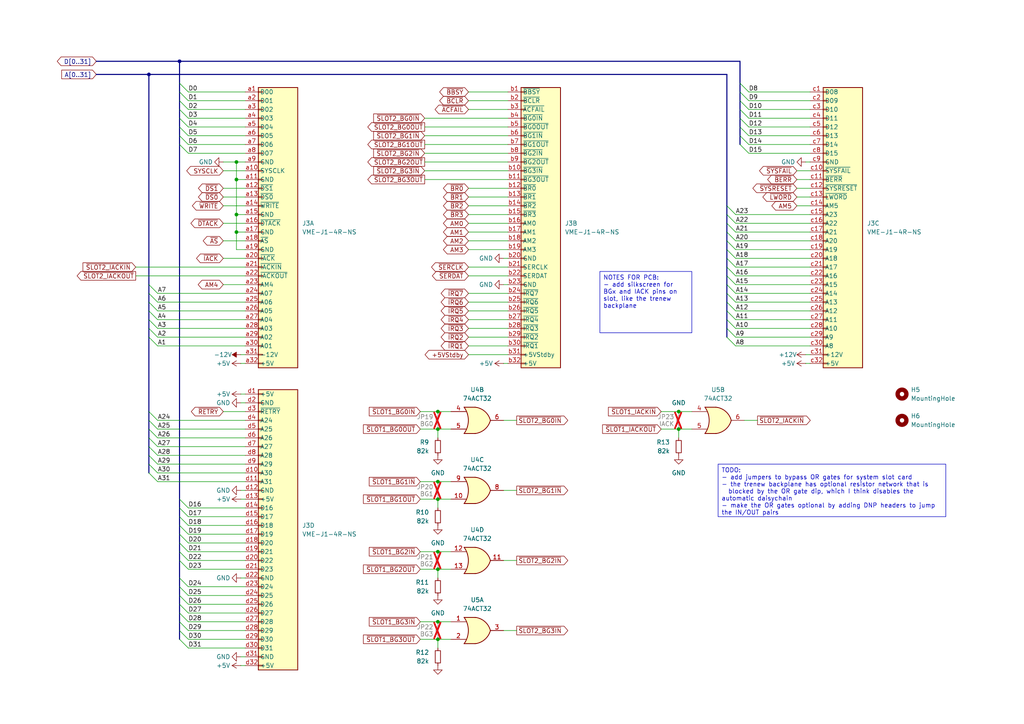
<source format=kicad_sch>
(kicad_sch (version 20231120) (generator "eeschema") (generator_version "8.0")
  (paper "A4")
  (title_block (title "6-Slot Backplane") (rev "1"))
  (lib_symbols
    (symbol "74xx:74LS32" (pin_names (offset 1.016))
      (property "Reference" "U" (at 0 1.27 0))
      (property "Value" "74LS32" (at 0 -1.27 0))
      (symbol "74LS32_1_1"
        (pin input line (at -7.62 2.54 0) (length 4.318) (name "~") (number "1"))
        (pin input line (at -7.62 -2.54 0) (length 4.318) (name "~") (number "2"))
        (pin output line (at 7.62 0 180) (length 3.81) (name "~") (number "3"))
      )
      (symbol "74LS32_1_2"
        (pin input inverted (at -7.62 2.54 0) (length 3.81) (name "~") (number "1"))
        (pin input inverted (at -7.62 -2.54 0) (length 3.81) (name "~") (number "2"))
        (pin output inverted (at 7.62 0 180) (length 3.81) (name "~") (number "3"))
      )
      (symbol "74LS32_2_1"
        (pin input line (at -7.62 2.54 0) (length 4.318) (name "~") (number "4"))
        (pin input line (at -7.62 -2.54 0) (length 4.318) (name "~") (number "5"))
        (pin output line (at 7.62 0 180) (length 3.81) (name "~") (number "6"))
      )
      (symbol "74LS32_2_2"
        (pin input inverted (at -7.62 2.54 0) (length 3.81) (name "~") (number "4"))
        (pin input inverted (at -7.62 -2.54 0) (length 3.81) (name "~") (number "5"))
        (pin output inverted (at 7.62 0 180) (length 3.81) (name "~") (number "6"))
      )
      (symbol "74LS32_3_1"
        (pin input line (at -7.62 -2.54 0) (length 4.318) (name "~") (number "10"))
        (pin output line (at 7.62 0 180) (length 3.81) (name "~") (number "8"))
        (pin input line (at -7.62 2.54 0) (length 4.318) (name "~") (number "9"))
      )
      (symbol "74LS32_3_2"
        (pin input inverted (at -7.62 -2.54 0) (length 3.81) (name "~") (number "10"))
        (pin output inverted (at 7.62 0 180) (length 3.81) (name "~") (number "8"))
        (pin input inverted (at -7.62 2.54 0) (length 3.81) (name "~") (number "9"))
      )
      (symbol "74LS32_4_1"
        (pin output line (at 7.62 0 180) (length 3.81) (name "~") (number "11"))
        (pin input line (at -7.62 2.54 0) (length 4.318) (name "~") (number "12"))
        (pin input line (at -7.62 -2.54 0) (length 4.318) (name "~") (number "13"))
      )
      (symbol "74LS32_4_2"
        (pin output inverted (at 7.62 0 180) (length 3.81) (name "~") (number "11"))
        (pin input inverted (at -7.62 2.54 0) (length 3.81) (name "~") (number "12"))
        (pin input inverted (at -7.62 -2.54 0) (length 3.81) (name "~") (number "13"))
      )
      (symbol "74LS32_5_0"
        (pin power_in line (at 0 12.7 270) (length 5.08) (name "VCC") (number "14"))
        (pin power_in line (at 0 -12.7 90) (length 5.08) (name "GND") (number "7"))
      )
    )
    (symbol "Computie_Connectors:VME64-J1-4R-NS"
      (property "Reference" "U" (at 0 40.64 0))
      (property "Value" "VME-J1-4R-NS" (at 0 40.64 0))
      (symbol "VME64-J1-4R-NS_1_1"
        (pin bidirectional line (at -5.08 38.1 0) (length 3.81) (name "D00") (number "a1"))
        (pin input line (at -5.08 15.24 0) (length 3.81) (name "SYSCLK") (number "a10"))
        (pin power_in line (at -5.08 12.7 0) (length 3.81) (name "GND") (number "a11"))
        (pin bidirectional line (at -5.08 10.16 0) (length 3.81) (name "~{DS1}") (number "a12"))
        (pin bidirectional line (at -5.08 7.62 0) (length 3.81) (name "~{DS0}") (number "a13"))
        (pin bidirectional line (at -5.08 5.08 0) (length 3.81) (name "~{WRITE}") (number "a14"))
        (pin power_in line (at -5.08 2.54 0) (length 3.81) (name "GND") (number "a15"))
        (pin bidirectional line (at -5.08 0 0) (length 3.81) (name "~{DTACK}") (number "a16"))
        (pin power_in line (at -5.08 -2.54 0) (length 3.81) (name "GND") (number "a17"))
        (pin bidirectional line (at -5.08 -5.08 0) (length 3.81) (name "~{AS}") (number "a18"))
        (pin power_in line (at -5.08 -7.62 0) (length 3.81) (name "GND") (number "a19"))
        (pin bidirectional line (at -5.08 35.56 0) (length 3.81) (name "D01") (number "a2"))
        (pin bidirectional line (at -5.08 -10.16 0) (length 3.81) (name "~{IACK}") (number "a20"))
        (pin output line (at -5.08 -12.7 0) (length 3.81) (name "~{IACKIN}") (number "a21"))
        (pin input line (at -5.08 -15.24 0) (length 3.81) (name "~{IACKOUT}") (number "a22"))
        (pin bidirectional line (at -5.08 -17.78 0) (length 3.81) (name "AM4") (number "a23"))
        (pin bidirectional line (at -5.08 -20.32 0) (length 3.81) (name "A07") (number "a24"))
        (pin bidirectional line (at -5.08 -22.86 0) (length 3.81) (name "A06") (number "a25"))
        (pin bidirectional line (at -5.08 -25.4 0) (length 3.81) (name "A05") (number "a26"))
        (pin bidirectional line (at -5.08 -27.94 0) (length 3.81) (name "A04") (number "a27"))
        (pin bidirectional line (at -5.08 -30.48 0) (length 3.81) (name "A03") (number "a28"))
        (pin bidirectional line (at -5.08 -33.02 0) (length 3.81) (name "A02") (number "a29"))
        (pin bidirectional line (at -5.08 33.02 0) (length 3.81) (name "D02") (number "a3"))
        (pin bidirectional line (at -5.08 -35.56 0) (length 3.81) (name "A01") (number "a30"))
        (pin power_in line (at -5.08 -38.1 0) (length 3.81) (name "-12V") (number "a31"))
        (pin power_in line (at -5.08 -40.64 0) (length 3.81) (name "+5V") (number "a32"))
        (pin bidirectional line (at -5.08 30.48 0) (length 3.81) (name "D03") (number "a4"))
        (pin bidirectional line (at -5.08 27.94 0) (length 3.81) (name "D04") (number "a5"))
        (pin bidirectional line (at -5.08 25.4 0) (length 3.81) (name "D05") (number "a6"))
        (pin bidirectional line (at -5.08 22.86 0) (length 3.81) (name "D06") (number "a7"))
        (pin bidirectional line (at -5.08 20.32 0) (length 3.81) (name "D07") (number "a8"))
        (pin power_in line (at -5.08 17.78 0) (length 3.81) (name "GND") (number "a9"))
      )
      (symbol "VME64-J1-4R-NS_2_1"
        (pin bidirectional line (at -5.08 38.1 0) (length 3.81) (name "~{BBSY}") (number "b1"))
        (pin output line (at -5.08 15.24 0) (length 3.81) (name "~{BG3IN}") (number "b10"))
        (pin input line (at -5.08 12.7 0) (length 3.81) (name "~{BG3OUT}") (number "b11"))
        (pin bidirectional line (at -5.08 10.16 0) (length 3.81) (name "~{BR0}") (number "b12"))
        (pin bidirectional line (at -5.08 7.62 0) (length 3.81) (name "~{BR1}") (number "b13"))
        (pin bidirectional line (at -5.08 5.08 0) (length 3.81) (name "~{BR2}") (number "b14"))
        (pin bidirectional line (at -5.08 2.54 0) (length 3.81) (name "~{BR3}") (number "b15"))
        (pin bidirectional line (at -5.08 0 0) (length 3.81) (name "AM0") (number "b16"))
        (pin bidirectional line (at -5.08 -2.54 0) (length 3.81) (name "AM1") (number "b17"))
        (pin bidirectional line (at -5.08 -5.08 0) (length 3.81) (name "AM2") (number "b18"))
        (pin bidirectional line (at -5.08 -7.62 0) (length 3.81) (name "AM3") (number "b19"))
        (pin bidirectional line (at -5.08 35.56 0) (length 3.81) (name "~{BCLR}") (number "b2"))
        (pin power_in line (at -5.08 -10.16 0) (length 3.81) (name "GND") (number "b20"))
        (pin bidirectional line (at -5.08 -12.7 0) (length 3.81) (name "SERCLK") (number "b21"))
        (pin bidirectional line (at -5.08 -15.24 0) (length 3.81) (name "SERDAT") (number "b22"))
        (pin power_in line (at -5.08 -17.78 0) (length 3.81) (name "GND") (number "b23"))
        (pin bidirectional line (at -5.08 -20.32 0) (length 3.81) (name "~{IRQ7}") (number "b24"))
        (pin bidirectional line (at -5.08 -22.86 0) (length 3.81) (name "~{IRQ6}") (number "b25"))
        (pin bidirectional line (at -5.08 -25.4 0) (length 3.81) (name "~{IRQ5}") (number "b26"))
        (pin bidirectional line (at -5.08 -27.94 0) (length 3.81) (name "~{IRQ4}") (number "b27"))
        (pin bidirectional line (at -5.08 -30.48 0) (length 3.81) (name "~{IRQ3}") (number "b28"))
        (pin bidirectional line (at -5.08 -33.02 0) (length 3.81) (name "~{IRQ2}") (number "b29"))
        (pin input line (at -5.08 33.02 0) (length 3.81) (name "~{ACFAIL}") (number "b3"))
        (pin bidirectional line (at -5.08 -35.56 0) (length 3.81) (name "~{IRQ1}") (number "b30"))
        (pin power_in line (at -5.08 -38.1 0) (length 3.81) (name "+5VStdby") (number "b31"))
        (pin power_in line (at -5.08 -40.64 0) (length 3.81) (name "+5V") (number "b32"))
        (pin output line (at -5.08 30.48 0) (length 3.81) (name "~{BG0IN}") (number "b4"))
        (pin input line (at -5.08 27.94 0) (length 3.81) (name "~{BG0OUT}") (number "b5"))
        (pin output line (at -5.08 25.4 0) (length 3.81) (name "~{BG1IN}") (number "b6"))
        (pin input line (at -5.08 22.86 0) (length 3.81) (name "~{BG1OUT}") (number "b7"))
        (pin output line (at -5.08 20.32 0) (length 3.81) (name "~{BG2IN}") (number "b8"))
        (pin input line (at -5.08 17.78 0) (length 3.81) (name "~{BG2OUT}") (number "b9"))
      )
      (symbol "VME64-J1-4R-NS_3_1"
        (pin bidirectional line (at -5.08 38.1 0) (length 3.81) (name "D08") (number "c1"))
        (pin bidirectional line (at -5.08 15.24 0) (length 3.81) (name "~{SYSFAIL}") (number "c10"))
        (pin bidirectional line (at -5.08 12.7 0) (length 3.81) (name "~{BERR}") (number "c11"))
        (pin bidirectional line (at -5.08 10.16 0) (length 3.81) (name "~{SYSRESET}") (number "c12"))
        (pin bidirectional line (at -5.08 7.62 0) (length 3.81) (name "~{LWORD}") (number "c13"))
        (pin bidirectional line (at -5.08 5.08 0) (length 3.81) (name "AM5") (number "c14"))
        (pin bidirectional line (at -5.08 2.54 0) (length 3.81) (name "A23") (number "c15"))
        (pin bidirectional line (at -5.08 0 0) (length 3.81) (name "A22") (number "c16"))
        (pin bidirectional line (at -5.08 -2.54 0) (length 3.81) (name "A21") (number "c17"))
        (pin bidirectional line (at -5.08 -5.08 0) (length 3.81) (name "A20") (number "c18"))
        (pin bidirectional line (at -5.08 -7.62 0) (length 3.81) (name "A19") (number "c19"))
        (pin bidirectional line (at -5.08 35.56 0) (length 3.81) (name "D09") (number "c2"))
        (pin bidirectional line (at -5.08 -10.16 0) (length 3.81) (name "A18") (number "c20"))
        (pin bidirectional line (at -5.08 -12.7 0) (length 3.81) (name "A17") (number "c21"))
        (pin bidirectional line (at -5.08 -15.24 0) (length 3.81) (name "A16") (number "c22"))
        (pin bidirectional line (at -5.08 -17.78 0) (length 3.81) (name "A15") (number "c23"))
        (pin bidirectional line (at -5.08 -20.32 0) (length 3.81) (name "A14") (number "c24"))
        (pin bidirectional line (at -5.08 -22.86 0) (length 3.81) (name "A13") (number "c25"))
        (pin bidirectional line (at -5.08 -25.4 0) (length 3.81) (name "A12") (number "c26"))
        (pin bidirectional line (at -5.08 -27.94 0) (length 3.81) (name "A11") (number "c27"))
        (pin bidirectional line (at -5.08 -30.48 0) (length 3.81) (name "A10") (number "c28"))
        (pin bidirectional line (at -5.08 -33.02 0) (length 3.81) (name "A9") (number "c29"))
        (pin bidirectional line (at -5.08 33.02 0) (length 3.81) (name "D10") (number "c3"))
        (pin bidirectional line (at -5.08 -35.56 0) (length 3.81) (name "A8") (number "c30"))
        (pin power_in line (at -5.08 -38.1 0) (length 3.81) (name "+12V") (number "c31"))
        (pin power_in line (at -5.08 -40.64 0) (length 3.81) (name "+5V") (number "c32"))
        (pin bidirectional line (at -5.08 30.48 0) (length 3.81) (name "D11") (number "c4"))
        (pin bidirectional line (at -5.08 27.94 0) (length 3.81) (name "D12") (number "c5"))
        (pin bidirectional line (at -5.08 25.4 0) (length 3.81) (name "D13") (number "c6"))
        (pin bidirectional line (at -5.08 22.86 0) (length 3.81) (name "D14") (number "c7"))
        (pin bidirectional line (at -5.08 20.32 0) (length 3.81) (name "D15") (number "c8"))
        (pin power_in line (at -5.08 17.78 0) (length 3.81) (name "GND") (number "c9"))
      )
      (symbol "VME64-J1-4R-NS_4_1"
        (pin power_in line (at -5.08 38.1 0) (length 3.81) (name "+5V") (number "d1"))
        (pin bidirectional line (at -5.08 15.24 0) (length 3.81) (name "A30") (number "d10"))
        (pin bidirectional line (at -5.08 12.7 0) (length 3.81) (name "A31") (number "d11"))
        (pin power_in line (at -5.08 10.16 0) (length 3.81) (name "GND") (number "d12"))
        (pin power_in line (at -5.08 7.62 0) (length 3.81) (name "+5V") (number "d13"))
        (pin bidirectional line (at -5.08 5.08 0) (length 3.81) (name "D16") (number "d14"))
        (pin bidirectional line (at -5.08 2.54 0) (length 3.81) (name "D17") (number "d15"))
        (pin bidirectional line (at -5.08 0 0) (length 3.81) (name "D18") (number "d16"))
        (pin bidirectional line (at -5.08 -2.54 0) (length 3.81) (name "D19") (number "d17"))
        (pin bidirectional line (at -5.08 -5.08 0) (length 3.81) (name "D20") (number "d18"))
        (pin bidirectional line (at -5.08 -7.62 0) (length 3.81) (name "D21") (number "d19"))
        (pin power_in line (at -5.08 35.56 0) (length 3.81) (name "GND") (number "d2"))
        (pin bidirectional line (at -5.08 -10.16 0) (length 3.81) (name "D22") (number "d20"))
        (pin bidirectional line (at -5.08 -12.7 0) (length 3.81) (name "D23") (number "d21"))
        (pin power_in line (at -5.08 -15.24 0) (length 3.81) (name "GND") (number "d22"))
        (pin bidirectional line (at -5.08 -17.78 0) (length 3.81) (name "D24") (number "d23"))
        (pin bidirectional line (at -5.08 -20.32 0) (length 3.81) (name "D25") (number "d24"))
        (pin bidirectional line (at -5.08 -22.86 0) (length 3.81) (name "D26") (number "d25"))
        (pin bidirectional line (at -5.08 -25.4 0) (length 3.81) (name "D27") (number "d26"))
        (pin bidirectional line (at -5.08 -27.94 0) (length 3.81) (name "D28") (number "d27"))
        (pin bidirectional line (at -5.08 -30.48 0) (length 3.81) (name "D29") (number "d28"))
        (pin bidirectional line (at -5.08 -33.02 0) (length 3.81) (name "D30") (number "d29"))
        (pin bidirectional line (at -5.08 33.02 0) (length 3.81) (name "~{RETRY}") (number "d3"))
        (pin bidirectional line (at -5.08 -35.56 0) (length 3.81) (name "D31") (number "d30"))
        (pin power_in line (at -5.08 -38.1 0) (length 3.81) (name "GND") (number "d31"))
        (pin power_in line (at -5.08 -40.64 0) (length 3.81) (name "+5V") (number "d32"))
        (pin bidirectional line (at -5.08 30.48 0) (length 3.81) (name "A24") (number "d4"))
        (pin bidirectional line (at -5.08 27.94 0) (length 3.81) (name "A25") (number "d5"))
        (pin bidirectional line (at -5.08 25.4 0) (length 3.81) (name "A26") (number "d6"))
        (pin bidirectional line (at -5.08 22.86 0) (length 3.81) (name "A27") (number "d7"))
        (pin bidirectional line (at -5.08 20.32 0) (length 3.81) (name "A28") (number "d8"))
        (pin bidirectional line (at -5.08 17.78 0) (length 3.81) (name "A29") (number "d9"))
      )
    )
    (symbol "Device:R_Small" (pin_numbers hide) (pin_names (offset 0.254) hide)
      (property "Reference" "R" (at 0.762 0.508 0))
      (property "Value" "R_Small" (at 0.762 -1.016 0))
      (symbol "R_Small_1_1"
        (pin passive line (at 0 2.54 270) (length 0.762) (name "~") (number "1"))
        (pin passive line (at 0 -2.54 90) (length 0.762) (name "~") (number "2"))
      )
    )
    (symbol "Jumper:Jumper_2_Small_Bridged" (pin_numbers hide) (pin_names (offset 0) hide) (exclude_from_sim yes)
      (property "Reference" "JP" (at 0 2.032 0))
      (property "Value" "Jumper_2_Small_Bridged" (at 0 -2.286 0))
      (symbol "Jumper_2_Small_Bridged_1_1"
        (pin passive line (at -2.54 0 0) (length 1.27) (name "A") (number "1"))
        (pin passive line (at 2.54 0 180) (length 1.27) (name "B") (number "2"))
      )
    )
    (symbol "Mechanical:MountingHole" (pin_names (offset 1.016))
      (property "Reference" "H" (at 0 5.08 0))
      (property "Value" "MountingHole" (at 0 3.175 0))
    )
    (symbol "power:+12V" (power) (pin_numbers hide) (pin_names (offset 0) hide)
      (property "Value" "+12V" (at 0 3.556 0))
      (symbol "+12V_1_1"
        (pin power_in line (at 0 0 90) (length 0) (name "~") (number "1"))
      )
    )
    (symbol "power:+5V" (power) (pin_numbers hide) (pin_names (offset 0) hide)
      (property "Value" "+5V" (at 0 3.556 0))
      (symbol "+5V_1_1"
        (pin power_in line (at 0 0 90) (length 0) (name "~") (number "1"))
      )
    )
    (symbol "power:-12V" (power) (pin_numbers hide) (pin_names (offset 0) hide)
      (property "Value" "-12V" (at 0 3.556 0))
      (symbol "-12V_0_0"
        (pin power_in line (at 0 0 90) (length 0) (name "~") (number "1"))
      )
    )
    (symbol "power:GND" (power) (pin_names (offset 0))
      (property "Value" "GND" (at 0 -3.81 0))
      (symbol "GND_1_1"
        (pin power_in line (at 0 0 270) (length 0) hide (name "GND") (number "1"))
      )
    )
  )
  (junction (at 127 124.46))
  (junction (at 68.58 62.23))
  (junction (at 196.85 119.38))
  (junction (at 127 139.7))
  (junction (at 127 119.38))
  (junction (at 43.18 21.59))
  (junction (at 68.58 46.99))
  (junction (at 127 180.34))
  (junction (at 127 144.78))
  (junction (at 68.58 52.07))
  (junction (at 127 185.42))
  (junction (at 68.58 67.31))
  (junction (at 196.85 124.46))
  (junction (at 127 165.1))
  (junction (at 127 160.02))
  (junction (at 52.07 17.78))
  (bus_entry (at 54.61 185.42) (size -2.54 -2.54))
  (bus_entry (at 54.61 36.83) (size -2.54 -2.54))
  (bus_entry (at 54.61 187.96) (size -2.54 -2.54))
  (bus_entry (at 213.36 95.25) (size -2.54 -2.54))
  (bus_entry (at 54.61 157.48) (size -2.54 -2.54))
  (bus_entry (at 54.61 149.86) (size -2.54 -2.54))
  (bus_entry (at 45.72 139.7) (size -2.54 -2.54))
  (bus_entry (at 45.72 132.08) (size -2.54 -2.54))
  (bus_entry (at 213.36 90.17) (size -2.54 -2.54))
  (bus_entry (at 213.36 72.39) (size -2.54 -2.54))
  (bus_entry (at 213.36 92.71) (size -2.54 -2.54))
  (bus_entry (at 45.72 137.16) (size -2.54 -2.54))
  (bus_entry (at 45.72 100.33) (size -2.54 -2.54))
  (bus_entry (at 217.17 29.21) (size -2.54 -2.54))
  (bus_entry (at 54.61 180.34) (size -2.54 -2.54))
  (bus_entry (at 54.61 147.32) (size -2.54 -2.54))
  (bus_entry (at 45.72 85.09) (size -2.54 -2.54))
  (bus_entry (at 213.36 69.85) (size -2.54 -2.54))
  (bus_entry (at 213.36 80.01) (size -2.54 -2.54))
  (bus_entry (at 213.36 74.93) (size -2.54 -2.54))
  (bus_entry (at 54.61 172.72) (size -2.54 -2.54))
  (bus_entry (at 54.61 26.67) (size -2.54 -2.54))
  (bus_entry (at 213.36 62.23) (size -2.54 -2.54))
  (bus_entry (at 54.61 41.91) (size -2.54 -2.54))
  (bus_entry (at 45.72 87.63) (size -2.54 -2.54))
  (bus_entry (at 54.61 39.37) (size -2.54 -2.54))
  (bus_entry (at 217.17 39.37) (size -2.54 -2.54))
  (bus_entry (at 45.72 97.79) (size -2.54 -2.54))
  (bus_entry (at 217.17 44.45) (size -2.54 -2.54))
  (bus_entry (at 45.72 134.62) (size -2.54 -2.54))
  (bus_entry (at 54.61 31.75) (size -2.54 -2.54))
  (bus_entry (at 213.36 82.55) (size -2.54 -2.54))
  (bus_entry (at 45.72 95.25) (size -2.54 -2.54))
  (bus_entry (at 45.72 92.71) (size -2.54 -2.54))
  (bus_entry (at 213.36 100.33) (size -2.54 -2.54))
  (bus_entry (at 217.17 31.75) (size -2.54 -2.54))
  (bus_entry (at 54.61 160.02) (size -2.54 -2.54))
  (bus_entry (at 54.61 165.1) (size -2.54 -2.54))
  (bus_entry (at 54.61 44.45) (size -2.54 -2.54))
  (bus_entry (at 54.61 154.94) (size -2.54 -2.54))
  (bus_entry (at 54.61 182.88) (size -2.54 -2.54))
  (bus_entry (at 54.61 175.26) (size -2.54 -2.54))
  (bus_entry (at 213.36 87.63) (size -2.54 -2.54))
  (bus_entry (at 217.17 36.83) (size -2.54 -2.54))
  (bus_entry (at 213.36 67.31) (size -2.54 -2.54))
  (bus_entry (at 54.61 177.8) (size -2.54 -2.54))
  (bus_entry (at 213.36 77.47) (size -2.54 -2.54))
  (bus_entry (at 54.61 34.29) (size -2.54 -2.54))
  (bus_entry (at 217.17 26.67) (size -2.54 -2.54))
  (bus_entry (at 45.72 127) (size -2.54 -2.54))
  (bus_entry (at 217.17 34.29) (size -2.54 -2.54))
  (bus_entry (at 45.72 129.54) (size -2.54 -2.54))
  (bus_entry (at 54.61 152.4) (size -2.54 -2.54))
  (bus_entry (at 217.17 41.91) (size -2.54 -2.54))
  (bus_entry (at 54.61 170.18) (size -2.54 -2.54))
  (bus_entry (at 54.61 29.21) (size -2.54 -2.54))
  (bus_entry (at 213.36 64.77) (size -2.54 -2.54))
  (bus_entry (at 213.36 85.09) (size -2.54 -2.54))
  (bus_entry (at 54.61 162.56) (size -2.54 -2.54))
  (bus_entry (at 45.72 90.17) (size -2.54 -2.54))
  (bus_entry (at 45.72 124.46) (size -2.54 -2.54))
  (bus_entry (at 213.36 97.79) (size -2.54 -2.54))
  (bus_entry (at 45.72 121.92) (size -2.54 -2.54))
  (wire (pts (xy 64.77 54.61) (xy 71.12 54.61)))
  (wire (pts (xy 123.19 34.29) (xy 147.32 34.29)))
  (bus (pts (xy 210.82 82.55) (xy 210.82 85.09)))
  (bus (pts (xy 43.18 92.71) (xy 43.18 90.17)))
  (bus (pts (xy 52.07 34.29) (xy 52.07 36.83)))
  (wire (pts (xy 127 185.42) (xy 127 187.96)))
  (wire (pts (xy 217.17 26.67) (xy 234.95 26.67)))
  (wire (pts (xy 231.14 54.61) (xy 234.95 54.61)))
  (wire (pts (xy 54.61 160.02) (xy 71.12 160.02)))
  (bus (pts (xy 210.82 59.69) (xy 210.82 62.23)))
  (wire (pts (xy 213.36 69.85) (xy 234.95 69.85)))
  (bus (pts (xy 52.07 175.26) (xy 52.07 177.8)))
  (wire (pts (xy 213.36 87.63) (xy 234.95 87.63)))
  (wire (pts (xy 135.89 69.85) (xy 147.32 69.85)))
  (bus (pts (xy 52.07 172.72) (xy 52.07 175.26)))
  (bus (pts (xy 210.82 64.77) (xy 210.82 67.31)))
  (wire (pts (xy 71.12 67.31) (xy 68.58 67.31)))
  (bus (pts (xy 214.63 34.29) (xy 214.63 36.83)))
  (wire (pts (xy 121.92 180.34) (xy 127 180.34)))
  (wire (pts (xy 45.72 139.7) (xy 71.12 139.7)))
  (bus (pts (xy 52.07 31.75) (xy 52.07 34.29)))
  (wire (pts (xy 54.61 187.96) (xy 71.12 187.96)))
  (wire (pts (xy 64.77 119.38) (xy 71.12 119.38)))
  (wire (pts (xy 213.36 77.47) (xy 234.95 77.47)))
  (bus (pts (xy 52.07 149.86) (xy 52.07 152.4)))
  (wire (pts (xy 69.85 102.87) (xy 71.12 102.87)))
  (wire (pts (xy 54.61 39.37) (xy 71.12 39.37)))
  (wire (pts (xy 123.19 46.99) (xy 147.32 46.99)))
  (wire (pts (xy 127 139.7) (xy 130.81 139.7)))
  (wire (pts (xy 64.77 69.85) (xy 71.12 69.85)))
  (wire (pts (xy 146.05 162.56) (xy 149.86 162.56)))
  (wire (pts (xy 135.89 90.17) (xy 147.32 90.17)))
  (wire (pts (xy 54.61 182.88) (xy 71.12 182.88)))
  (wire (pts (xy 64.77 57.15) (xy 71.12 57.15)))
  (wire (pts (xy 45.72 124.46) (xy 71.12 124.46)))
  (bus (pts (xy 210.82 95.25) (xy 210.82 97.79)))
  (wire (pts (xy 69.85 193.04) (xy 71.12 193.04)))
  (wire (pts (xy 45.72 137.16) (xy 71.12 137.16)))
  (wire (pts (xy 146.05 82.55) (xy 147.32 82.55)))
  (wire (pts (xy 45.72 129.54) (xy 71.12 129.54)))
  (wire (pts (xy 135.89 31.75) (xy 147.32 31.75)))
  (bus (pts (xy 214.63 39.37) (xy 214.63 41.91)))
  (wire (pts (xy 135.89 26.67) (xy 147.32 26.67)))
  (wire (pts (xy 217.17 34.29) (xy 234.95 34.29)))
  (bus (pts (xy 214.63 29.21) (xy 214.63 31.75)))
  (wire (pts (xy 213.36 100.33) (xy 234.95 100.33)))
  (wire (pts (xy 231.14 52.07) (xy 234.95 52.07)))
  (bus (pts (xy 43.18 85.09) (xy 43.18 87.63)))
  (bus (pts (xy 214.63 17.78) (xy 214.63 24.13)))
  (wire (pts (xy 45.72 97.79) (xy 71.12 97.79)))
  (bus (pts (xy 52.07 170.18) (xy 52.07 172.72)))
  (bus (pts (xy 52.07 36.83) (xy 52.07 39.37)))
  (wire (pts (xy 64.77 82.55) (xy 71.12 82.55)))
  (wire (pts (xy 127 144.78) (xy 127 147.32)))
  (wire (pts (xy 71.12 190.5) (xy 69.85 190.5)))
  (wire (pts (xy 127 180.34) (xy 130.81 180.34)))
  (bus (pts (xy 43.18 95.25) (xy 43.18 92.71)))
  (wire (pts (xy 231.14 49.53) (xy 234.95 49.53)))
  (bus (pts (xy 52.07 147.32) (xy 52.07 149.86)))
  (wire (pts (xy 39.37 77.47) (xy 71.12 77.47)))
  (bus (pts (xy 52.07 39.37) (xy 52.07 41.91)))
  (wire (pts (xy 215.9 121.92) (xy 219.71 121.92)))
  (bus (pts (xy 210.82 21.59) (xy 210.82 59.69)))
  (wire (pts (xy 45.72 95.25) (xy 71.12 95.25)))
  (wire (pts (xy 71.12 116.84) (xy 69.85 116.84)))
  (wire (pts (xy 69.85 114.3) (xy 71.12 114.3)))
  (bus (pts (xy 210.82 62.23) (xy 210.82 64.77)))
  (wire (pts (xy 217.17 39.37) (xy 234.95 39.37)))
  (bus (pts (xy 214.63 24.13) (xy 214.63 26.67)))
  (bus (pts (xy 214.63 31.75) (xy 214.63 34.29)))
  (wire (pts (xy 68.58 46.99) (xy 68.58 52.07)))
  (wire (pts (xy 69.85 142.24) (xy 71.12 142.24)))
  (bus (pts (xy 52.07 180.34) (xy 52.07 182.88)))
  (bus (pts (xy 52.07 177.8) (xy 52.07 180.34)))
  (wire (pts (xy 233.68 105.41) (xy 234.95 105.41)))
  (bus (pts (xy 52.07 182.88) (xy 52.07 185.42)))
  (wire (pts (xy 146.05 182.88) (xy 149.86 182.88)))
  (wire (pts (xy 135.89 97.79) (xy 147.32 97.79)))
  (wire (pts (xy 68.58 52.07) (xy 68.58 62.23)))
  (wire (pts (xy 135.89 57.15) (xy 147.32 57.15)))
  (wire (pts (xy 135.89 54.61) (xy 147.32 54.61)))
  (wire (pts (xy 69.85 167.64) (xy 71.12 167.64)))
  (wire (pts (xy 213.36 74.93) (xy 234.95 74.93)))
  (wire (pts (xy 54.61 147.32) (xy 71.12 147.32)))
  (wire (pts (xy 121.92 160.02) (xy 127 160.02)))
  (wire (pts (xy 54.61 31.75) (xy 71.12 31.75)))
  (bus (pts (xy 43.18 134.62) (xy 43.18 137.16)))
  (wire (pts (xy 54.61 44.45) (xy 71.12 44.45)))
  (wire (pts (xy 71.12 52.07) (xy 68.58 52.07)))
  (wire (pts (xy 54.61 172.72) (xy 71.12 172.72)))
  (wire (pts (xy 135.89 102.87) (xy 147.32 102.87)))
  (wire (pts (xy 135.89 95.25) (xy 147.32 95.25)))
  (wire (pts (xy 121.92 165.1) (xy 127 165.1)))
  (wire (pts (xy 217.17 29.21) (xy 234.95 29.21)))
  (bus (pts (xy 52.07 144.78) (xy 52.07 147.32)))
  (wire (pts (xy 217.17 31.75) (xy 234.95 31.75)))
  (bus (pts (xy 52.07 162.56) (xy 52.07 167.64)))
  (bus (pts (xy 27.94 21.59) (xy 43.18 21.59)))
  (wire (pts (xy 45.72 132.08) (xy 71.12 132.08)))
  (bus (pts (xy 210.82 67.31) (xy 210.82 69.85)))
  (wire (pts (xy 45.72 87.63) (xy 71.12 87.63)))
  (wire (pts (xy 213.36 72.39) (xy 234.95 72.39)))
  (wire (pts (xy 127 124.46) (xy 130.81 124.46)))
  (wire (pts (xy 64.77 59.69) (xy 71.12 59.69)))
  (bus (pts (xy 210.82 92.71) (xy 210.82 95.25)))
  (wire (pts (xy 123.19 39.37) (xy 147.32 39.37)))
  (wire (pts (xy 127 160.02) (xy 130.81 160.02)))
  (wire (pts (xy 123.19 41.91) (xy 147.32 41.91)))
  (wire (pts (xy 146.05 105.41) (xy 147.32 105.41)))
  (wire (pts (xy 45.72 121.92) (xy 71.12 121.92)))
  (wire (pts (xy 45.72 100.33) (xy 71.12 100.33)))
  (wire (pts (xy 213.36 85.09) (xy 234.95 85.09)))
  (bus (pts (xy 43.18 82.55) (xy 43.18 85.09)))
  (wire (pts (xy 45.72 85.09) (xy 71.12 85.09)))
  (wire (pts (xy 191.77 124.46) (xy 196.85 124.46)))
  (wire (pts (xy 213.36 62.23) (xy 234.95 62.23)))
  (bus (pts (xy 43.18 127) (xy 43.18 129.54)))
  (bus (pts (xy 214.63 36.83) (xy 214.63 39.37)))
  (wire (pts (xy 54.61 154.94) (xy 71.12 154.94)))
  (wire (pts (xy 231.14 59.69) (xy 234.95 59.69)))
  (wire (pts (xy 54.61 152.4) (xy 71.12 152.4)))
  (bus (pts (xy 43.18 97.79) (xy 43.18 119.38)))
  (wire (pts (xy 121.92 139.7) (xy 127 139.7)))
  (wire (pts (xy 135.89 72.39) (xy 147.32 72.39)))
  (bus (pts (xy 210.82 90.17) (xy 210.82 92.71)))
  (bus (pts (xy 52.07 17.78) (xy 214.63 17.78)))
  (bus (pts (xy 43.18 90.17) (xy 43.18 87.63)))
  (wire (pts (xy 196.85 124.46) (xy 200.66 124.46)))
  (bus (pts (xy 52.07 160.02) (xy 52.07 162.56)))
  (wire (pts (xy 127 165.1) (xy 127 167.64)))
  (bus (pts (xy 43.18 97.79) (xy 43.18 95.25)))
  (wire (pts (xy 54.61 34.29) (xy 71.12 34.29)))
  (bus (pts (xy 43.18 21.59) (xy 210.82 21.59)))
  (wire (pts (xy 64.77 46.99) (xy 68.58 46.99)))
  (wire (pts (xy 45.72 127) (xy 71.12 127)))
  (wire (pts (xy 64.77 49.53) (xy 71.12 49.53)))
  (wire (pts (xy 54.61 162.56) (xy 71.12 162.56)))
  (wire (pts (xy 213.36 64.77) (xy 234.95 64.77)))
  (bus (pts (xy 43.18 121.92) (xy 43.18 124.46)))
  (bus (pts (xy 52.07 29.21) (xy 52.07 31.75)))
  (wire (pts (xy 123.19 44.45) (xy 147.32 44.45)))
  (bus (pts (xy 210.82 72.39) (xy 210.82 74.93)))
  (wire (pts (xy 54.61 177.8) (xy 71.12 177.8)))
  (bus (pts (xy 27.94 17.78) (xy 52.07 17.78)))
  (wire (pts (xy 135.89 29.21) (xy 147.32 29.21)))
  (wire (pts (xy 213.36 92.71) (xy 234.95 92.71)))
  (wire (pts (xy 123.19 49.53) (xy 147.32 49.53)))
  (bus (pts (xy 210.82 69.85) (xy 210.82 72.39)))
  (wire (pts (xy 54.61 165.1) (xy 71.12 165.1)))
  (wire (pts (xy 213.36 97.79) (xy 234.95 97.79)))
  (wire (pts (xy 127 124.46) (xy 127 127)))
  (bus (pts (xy 210.82 74.93) (xy 210.82 77.47)))
  (wire (pts (xy 217.17 44.45) (xy 234.95 44.45)))
  (wire (pts (xy 54.61 175.26) (xy 71.12 175.26)))
  (wire (pts (xy 68.58 62.23) (xy 71.12 62.23)))
  (bus (pts (xy 210.82 80.01) (xy 210.82 82.55)))
  (wire (pts (xy 146.05 121.92) (xy 149.86 121.92)))
  (wire (pts (xy 213.36 67.31) (xy 234.95 67.31)))
  (wire (pts (xy 54.61 170.18) (xy 71.12 170.18)))
  (wire (pts (xy 135.89 67.31) (xy 147.32 67.31)))
  (bus (pts (xy 214.63 26.67) (xy 214.63 29.21)))
  (wire (pts (xy 54.61 180.34) (xy 71.12 180.34)))
  (wire (pts (xy 54.61 36.83) (xy 71.12 36.83)))
  (wire (pts (xy 64.77 64.77) (xy 71.12 64.77)))
  (wire (pts (xy 123.19 36.83) (xy 147.32 36.83)))
  (wire (pts (xy 123.19 52.07) (xy 147.32 52.07)))
  (wire (pts (xy 54.61 149.86) (xy 71.12 149.86)))
  (bus (pts (xy 43.18 21.59) (xy 43.18 82.55)))
  (wire (pts (xy 196.85 119.38) (xy 200.66 119.38)))
  (wire (pts (xy 135.89 100.33) (xy 147.32 100.33)))
  (wire (pts (xy 121.92 124.46) (xy 127 124.46)))
  (wire (pts (xy 121.92 144.78) (xy 127 144.78)))
  (wire (pts (xy 54.61 185.42) (xy 71.12 185.42)))
  (wire (pts (xy 217.17 36.83) (xy 234.95 36.83)))
  (wire (pts (xy 127 165.1) (xy 130.81 165.1)))
  (wire (pts (xy 135.89 87.63) (xy 147.32 87.63)))
  (bus (pts (xy 210.82 85.09) (xy 210.82 87.63)))
  (wire (pts (xy 127 185.42) (xy 130.81 185.42)))
  (bus (pts (xy 52.07 26.67) (xy 52.07 29.21)))
  (wire (pts (xy 127 144.78) (xy 130.81 144.78)))
  (wire (pts (xy 234.95 46.99) (xy 233.68 46.99)))
  (wire (pts (xy 233.68 102.87) (xy 234.95 102.87)))
  (wire (pts (xy 39.37 80.01) (xy 71.12 80.01)))
  (wire (pts (xy 54.61 41.91) (xy 71.12 41.91)))
  (wire (pts (xy 196.85 124.46) (xy 196.85 127)))
  (wire (pts (xy 54.61 29.21) (xy 71.12 29.21)))
  (wire (pts (xy 45.72 90.17) (xy 71.12 90.17)))
  (wire (pts (xy 121.92 119.38) (xy 127 119.38)))
  (bus (pts (xy 52.07 24.13) (xy 52.07 26.67)))
  (wire (pts (xy 135.89 77.47) (xy 147.32 77.47)))
  (bus (pts (xy 52.07 154.94) (xy 52.07 157.48)))
  (wire (pts (xy 121.92 185.42) (xy 127 185.42)))
  (wire (pts (xy 45.72 92.71) (xy 71.12 92.71)))
  (wire (pts (xy 213.36 95.25) (xy 234.95 95.25)))
  (wire (pts (xy 135.89 85.09) (xy 147.32 85.09)))
  (wire (pts (xy 191.77 119.38) (xy 196.85 119.38)))
  (wire (pts (xy 54.61 157.48) (xy 71.12 157.48)))
  (bus (pts (xy 210.82 77.47) (xy 210.82 80.01)))
  (wire (pts (xy 135.89 64.77) (xy 147.32 64.77)))
  (wire (pts (xy 69.85 105.41) (xy 71.12 105.41)))
  (wire (pts (xy 71.12 46.99) (xy 68.58 46.99)))
  (wire (pts (xy 54.61 26.67) (xy 71.12 26.67)))
  (wire (pts (xy 68.58 72.39) (xy 71.12 72.39)))
  (bus (pts (xy 52.07 157.48) (xy 52.07 160.02)))
  (wire (pts (xy 135.89 80.01) (xy 147.32 80.01)))
  (wire (pts (xy 45.72 134.62) (xy 71.12 134.62)))
  (wire (pts (xy 213.36 82.55) (xy 234.95 82.55)))
  (bus (pts (xy 43.18 124.46) (xy 43.18 127)))
  (wire (pts (xy 146.05 142.24) (xy 149.86 142.24)))
  (bus (pts (xy 43.18 119.38) (xy 43.18 121.92)))
  (wire (pts (xy 68.58 67.31) (xy 68.58 72.39)))
  (wire (pts (xy 135.89 59.69) (xy 147.32 59.69)))
  (wire (pts (xy 68.58 62.23) (xy 68.58 67.31)))
  (wire (pts (xy 135.89 62.23) (xy 147.32 62.23)))
  (wire (pts (xy 213.36 90.17) (xy 234.95 90.17)))
  (bus (pts (xy 52.07 167.64) (xy 52.07 170.18)))
  (bus (pts (xy 43.18 132.08) (xy 43.18 134.62)))
  (wire (pts (xy 127 119.38) (xy 130.81 119.38)))
  (wire (pts (xy 135.89 92.71) (xy 147.32 92.71)))
  (bus (pts (xy 43.18 129.54) (xy 43.18 132.08)))
  (bus (pts (xy 210.82 87.63) (xy 210.82 90.17)))
  (bus (pts (xy 52.07 152.4) (xy 52.07 154.94)))
  (wire (pts (xy 64.77 74.93) (xy 71.12 74.93)))
  (wire (pts (xy 217.17 41.91) (xy 234.95 41.91)))
  (wire (pts (xy 69.85 144.78) (xy 71.12 144.78)))
  (bus (pts (xy 52.07 17.78) (xy 52.07 24.13)))
  (wire (pts (xy 213.36 80.01) (xy 234.95 80.01)))
  (wire (pts (xy 146.05 74.93) (xy 147.32 74.93)))
  (wire (pts (xy 231.14 57.15) (xy 234.95 57.15)))
  (bus (pts (xy 52.07 41.91) (xy 52.07 144.78)))
  (text_box "NOTES FOR PCB:\n- add silkscreen for BGx and IACK pins on slot, like the trenew backplane" (at 173.99 78.74 0) (size 26.67 17.78) (effects (font (size 1.27 1.27)) (justify left top)))
  (text_box "TODO:\n- add jumpers to bypass OR gates for system slot card\n- the trenew backplane has optional resistor network that is\n  blocked by the OR gate dip, which I think disables the automatic daisychain\n- make the OR gates optional by adding DNP headers to jump the IN/OUT pairs" (at 208.28 134.62 0) (size 66.04 15.24) (effects (font (size 1.27 1.27)) (justify left top)))
  (label "A26" (at 45.72 127 0))
  (label "A4" (at 45.72 92.71 0))
  (label "A22" (at 213.36 64.77 0))
  (label "A9" (at 213.36 97.79 0))
  (label "D4" (at 54.61 36.83 0))
  (label "D11" (at 217.17 34.29 0))
  (label "A20" (at 213.36 69.85 0))
  (label "A31" (at 45.72 139.7 0))
  (label "A27" (at 45.72 129.54 0))
  (label "D29" (at 54.61 182.88 0))
  (label "D17" (at 54.61 149.86 0))
  (label "D28" (at 54.61 180.34 0))
  (label "D26" (at 54.61 175.26 0))
  (label "A11" (at 213.36 92.71 0))
  (label "A14" (at 213.36 85.09 0))
  (label "A16" (at 213.36 80.01 0))
  (label "D27" (at 54.61 177.8 0))
  (label "A29" (at 45.72 134.62 0))
  (label "D14" (at 217.17 41.91 0))
  (label "A12" (at 213.36 90.17 0))
  (label "A6" (at 45.72 87.63 0))
  (label "D15" (at 217.17 44.45 0))
  (label "D23" (at 54.61 165.1 0))
  (label "A23" (at 213.36 62.23 0))
  (label "D12" (at 217.17 36.83 0))
  (label "A28" (at 45.72 132.08 0))
  (label "A18" (at 213.36 74.93 0))
  (label "D2" (at 54.61 31.75 0))
  (label "D1" (at 54.61 29.21 0))
  (label "D10" (at 217.17 31.75 0))
  (label "D19" (at 54.61 154.94 0))
  (label "D30" (at 54.61 185.42 0))
  (label "D3" (at 54.61 34.29 0))
  (label "D18" (at 54.61 152.4 0))
  (label "D25" (at 54.61 172.72 0))
  (label "A13" (at 213.36 87.63 0))
  (label "D22" (at 54.61 162.56 0))
  (label "D7" (at 54.61 44.45 0))
  (label "D31" (at 54.61 187.96 0))
  (label "A3" (at 45.72 95.25 0))
  (label "A19" (at 213.36 72.39 0))
  (label "A15" (at 213.36 82.55 0))
  (label "D20" (at 54.61 157.48 0))
  (label "A17" (at 213.36 77.47 0))
  (label "A2" (at 45.72 97.79 0))
  (label "D0" (at 54.61 26.67 0))
  (label "A21" (at 213.36 67.31 0))
  (label "A24" (at 45.72 121.92 0))
  (label "D16" (at 54.61 147.32 0))
  (label "D5" (at 54.61 39.37 0))
  (label "A8" (at 213.36 100.33 0))
  (label "A30" (at 45.72 137.16 0))
  (label "D13" (at 217.17 39.37 0))
  (label "D9" (at 217.17 29.21 0))
  (label "D24" (at 54.61 170.18 0))
  (label "D8" (at 217.17 26.67 0))
  (label "D6" (at 54.61 41.91 0))
  (label "A25" (at 45.72 124.46 0))
  (label "A5" (at 45.72 90.17 0))
  (label "A10" (at 213.36 95.25 0))
  (label "A7" (at 45.72 85.09 0))
  (label "A1" (at 45.72 100.33 0))
  (label "D21" (at 54.61 160.02 0))
  (global_label "+5VStdby" (shape bidirectional) (at 135.89 102.87 180) (property "Intersheetrefs" "${INTERSHEET_REFS}" (effects (hide yes))))
  (global_label "SYSCLK" (shape bidirectional) (at 64.77 49.53 180) (property "Intersheetrefs" "${INTERSHEET_REFS}" (effects (hide yes))))
  (global_label "AM1" (shape bidirectional) (at 135.89 67.31 180) (property "Intersheetrefs" "${INTERSHEET_REFS}" (effects (hide yes))))
  (global_label "~{DS0}" (shape bidirectional) (at 64.77 57.15 180) (property "Intersheetrefs" "${INTERSHEET_REFS}" (effects (hide yes))))
  (global_label "AM0" (shape bidirectional) (at 135.89 64.77 180) (property "Intersheetrefs" "${INTERSHEET_REFS}" (effects (hide yes))))
  (global_label "~{WRITE}" (shape bidirectional) (at 64.77 59.69 180) (property "Intersheetrefs" "${INTERSHEET_REFS}" (effects (hide yes))))
  (global_label "~{SLOT2_IACKIN}" (shape input) (at 39.37 77.47 180) (property "Intersheetrefs" "${INTERSHEET_REFS}" (effects (hide yes))))
  (global_label "~{BCLR}" (shape bidirectional) (at 135.89 29.21 180) (property "Intersheetrefs" "${INTERSHEET_REFS}" (effects (hide yes))))
  (global_label "~{IRQ1}" (shape bidirectional) (at 135.89 100.33 180) (property "Intersheetrefs" "${INTERSHEET_REFS}" (effects (hide yes))))
  (global_label "~{ACFAIL}" (shape bidirectional) (at 135.89 31.75 180) (property "Intersheetrefs" "${INTERSHEET_REFS}" (effects (hide yes))))
  (global_label "~{LWORD}" (shape bidirectional) (at 231.14 57.15 180) (property "Intersheetrefs" "${INTERSHEET_REFS}" (effects (hide yes))))
  (global_label "~{SLOT2_BG0IN}" (shape input) (at 123.19 34.29 180) (property "Intersheetrefs" "${INTERSHEET_REFS}" (effects (hide yes))))
  (global_label "~{SERCLK}" (shape bidirectional) (at 135.89 77.47 180) (property "Intersheetrefs" "${INTERSHEET_REFS}" (effects (hide yes))))
  (global_label "~{SLOT2_IACKIN}" (shape output) (at 219.71 121.92 0) (property "Intersheetrefs" "${INTERSHEET_REFS}" (effects (hide yes))))
  (global_label "~{SLOT2_BG1IN}" (shape output) (at 149.86 142.24 0) (property "Intersheetrefs" "${INTERSHEET_REFS}" (effects (hide yes))))
  (global_label "~{SERDAT}" (shape bidirectional) (at 135.89 80.01 180) (property "Intersheetrefs" "${INTERSHEET_REFS}" (effects (hide yes))))
  (global_label "AM5" (shape bidirectional) (at 231.14 59.69 180) (property "Intersheetrefs" "${INTERSHEET_REFS}" (effects (hide yes))))
  (global_label "~{SLOT2_BG1OUT}" (shape output) (at 123.19 41.91 180) (property "Intersheetrefs" "${INTERSHEET_REFS}" (effects (hide yes))))
  (global_label "A[0..31]" (shape input) (at 27.94 21.59 180) (property "Intersheetrefs" "${INTERSHEET_REFS}" (effects (hide yes))))
  (global_label "~{SLOT2_BG2IN}" (shape output) (at 149.86 162.56 0) (property "Intersheetrefs" "${INTERSHEET_REFS}" (effects (hide yes))))
  (global_label "~{SLOT2_BG0OUT}" (shape output) (at 123.19 36.83 180) (property "Intersheetrefs" "${INTERSHEET_REFS}" (effects (hide yes))))
  (global_label "~{SLOT1_BG0IN}" (shape input) (at 121.92 119.38 180) (property "Intersheetrefs" "${INTERSHEET_REFS}" (effects (hide yes))))
  (global_label "~{SLOT1_BG3OUT}" (shape input) (at 121.92 185.42 180) (property "Intersheetrefs" "${INTERSHEET_REFS}" (effects (hide yes))))
  (global_label "AM3" (shape bidirectional) (at 135.89 72.39 180) (property "Intersheetrefs" "${INTERSHEET_REFS}" (effects (hide yes))))
  (global_label "~{SYSRESET}" (shape bidirectional) (at 231.14 54.61 180) (property "Intersheetrefs" "${INTERSHEET_REFS}" (effects (hide yes))))
  (global_label "~{SLOT1_BG3IN}" (shape input) (at 121.92 180.34 180) (property "Intersheetrefs" "${INTERSHEET_REFS}" (effects (hide yes))))
  (global_label "~{IACK}" (shape bidirectional) (at 64.77 74.93 180) (property "Intersheetrefs" "${INTERSHEET_REFS}" (effects (hide yes))))
  (global_label "~{SLOT2_BG2OUT}" (shape output) (at 123.19 46.99 180) (property "Intersheetrefs" "${INTERSHEET_REFS}" (effects (hide yes))))
  (global_label "~{DTACK}" (shape bidirectional) (at 64.77 64.77 180) (property "Intersheetrefs" "${INTERSHEET_REFS}" (effects (hide yes))))
  (global_label "~{SLOT1_BG2IN}" (shape input) (at 121.92 160.02 180) (property "Intersheetrefs" "${INTERSHEET_REFS}" (effects (hide yes))))
  (global_label "~{BR1}" (shape bidirectional) (at 135.89 57.15 180) (property "Intersheetrefs" "${INTERSHEET_REFS}" (effects (hide yes))))
  (global_label "~{SLOT2_BG1IN}" (shape input) (at 123.19 39.37 180) (property "Intersheetrefs" "${INTERSHEET_REFS}" (effects (hide yes))))
  (global_label "~{BR3}" (shape bidirectional) (at 135.89 62.23 180) (property "Intersheetrefs" "${INTERSHEET_REFS}" (effects (hide yes))))
  (global_label "~{SLOT1_BG1OUT}" (shape input) (at 121.92 144.78 180) (property "Intersheetrefs" "${INTERSHEET_REFS}" (effects (hide yes))))
  (global_label "~{SLOT1_IACKIN}" (shape input) (at 191.77 119.38 180) (property "Intersheetrefs" "${INTERSHEET_REFS}" (effects (hide yes))))
  (global_label "~{IRQ7}" (shape bidirectional) (at 135.89 85.09 180) (property "Intersheetrefs" "${INTERSHEET_REFS}" (effects (hide yes))))
  (global_label "~{SLOT2_BG3OUT}" (shape output) (at 123.19 52.07 180) (property "Intersheetrefs" "${INTERSHEET_REFS}" (effects (hide yes))))
  (global_label "~{SLOT2_IACKOUT}" (shape output) (at 39.37 80.01 180) (property "Intersheetrefs" "${INTERSHEET_REFS}" (effects (hide yes))))
  (global_label "~{IRQ4}" (shape bidirectional) (at 135.89 92.71 180) (property "Intersheetrefs" "${INTERSHEET_REFS}" (effects (hide yes))))
  (global_label "~{IRQ5}" (shape bidirectional) (at 135.89 90.17 180) (property "Intersheetrefs" "${INTERSHEET_REFS}" (effects (hide yes))))
  (global_label "~{SLOT2_BG2IN}" (shape input) (at 123.19 44.45 180) (property "Intersheetrefs" "${INTERSHEET_REFS}" (effects (hide yes))))
  (global_label "~{SLOT1_BG0OUT}" (shape input) (at 121.92 124.46 180) (property "Intersheetrefs" "${INTERSHEET_REFS}" (effects (hide yes))))
  (global_label "~{DS1}" (shape bidirectional) (at 64.77 54.61 180) (property "Intersheetrefs" "${INTERSHEET_REFS}" (effects (hide yes))))
  (global_label "~{SLOT1_IACKOUT}" (shape input) (at 191.77 124.46 180) (property "Intersheetrefs" "${INTERSHEET_REFS}" (effects (hide yes))))
  (global_label "~{BERR}" (shape bidirectional) (at 231.14 52.07 180) (property "Intersheetrefs" "${INTERSHEET_REFS}" (effects (hide yes))))
  (global_label "~{SLOT1_BG1IN}" (shape input) (at 121.92 139.7 180) (property "Intersheetrefs" "${INTERSHEET_REFS}" (effects (hide yes))))
  (global_label "~{IRQ6}" (shape bidirectional) (at 135.89 87.63 180) (property "Intersheetrefs" "${INTERSHEET_REFS}" (effects (hide yes))))
  (global_label "~{BR2}" (shape bidirectional) (at 135.89 59.69 180) (property "Intersheetrefs" "${INTERSHEET_REFS}" (effects (hide yes))))
  (global_label "~{BBSY}" (shape bidirectional) (at 135.89 26.67 180) (property "Intersheetrefs" "${INTERSHEET_REFS}" (effects (hide yes))))
  (global_label "~{AS}" (shape bidirectional) (at 64.77 69.85 180) (property "Intersheetrefs" "${INTERSHEET_REFS}" (effects (hide yes))))
  (global_label "~{SLOT2_BG0IN}" (shape output) (at 149.86 121.92 0) (property "Intersheetrefs" "${INTERSHEET_REFS}" (effects (hide yes))))
  (global_label "~{IRQ2}" (shape bidirectional) (at 135.89 97.79 180) (property "Intersheetrefs" "${INTERSHEET_REFS}" (effects (hide yes))))
  (global_label "~{RETRY}" (shape bidirectional) (at 64.77 119.38 180) (property "Intersheetrefs" "${INTERSHEET_REFS}" (effects (hide yes))))
  (global_label "AM2" (shape bidirectional) (at 135.89 69.85 180) (property "Intersheetrefs" "${INTERSHEET_REFS}" (effects (hide yes))))
  (global_label "D[0..31]" (shape bidirectional) (at 27.94 17.78 180) (property "Intersheetrefs" "${INTERSHEET_REFS}" (effects (hide yes))))
  (global_label "~{SLOT1_BG2OUT}" (shape input) (at 121.92 165.1 180) (property "Intersheetrefs" "${INTERSHEET_REFS}" (effects (hide yes))))
  (global_label "~{SLOT2_BG3IN}" (shape output) (at 149.86 182.88 0) (property "Intersheetrefs" "${INTERSHEET_REFS}" (effects (hide yes))))
  (global_label "~{SYSFAIL}" (shape bidirectional) (at 231.14 49.53 180) (property "Intersheetrefs" "${INTERSHEET_REFS}" (effects (hide yes))))
  (global_label "~{BR0}" (shape bidirectional) (at 135.89 54.61 180) (property "Intersheetrefs" "${INTERSHEET_REFS}" (effects (hide yes))))
  (global_label "~{SLOT2_BG3IN}" (shape input) (at 123.19 49.53 180) (property "Intersheetrefs" "${INTERSHEET_REFS}" (effects (hide yes))))
  (global_label "~{IRQ3}" (shape bidirectional) (at 135.89 95.25 180) (property "Intersheetrefs" "${INTERSHEET_REFS}" (effects (hide yes))))
  (global_label "AM4" (shape bidirectional) (at 64.77 82.55 180) (property "Intersheetrefs" "${INTERSHEET_REFS}" (effects (hide yes))))
  (symbol (lib_id "Jumper:Jumper_2_Small_Bridged") (at 196.85 121.92 90) (unit 1) (exclude_from_sim yes) (dnp yes)
    (property "Reference" "JP23" (at 195.58 120.904 90) (effects (justify left)))
    (property "Value" "IACK" (at 195.58 122.936 90) (effects (justify left)))
    (property "Footprint" "Connector_PinHeader_2.54mm:PinHeader_1x02_P2.54mm_Vertical" (effects (hide yes)))
    (property "Description" "Jumper, 2-pole, small symbol, bridged" (effects (hide yes)))
  )
  (symbol (lib_id "power:GND") (at 196.85 132.08 0) (unit 1)
    (property "Reference" "#PWR0100" (effects (hide yes)))
    (property "Value" "GND" (at 196.85 137.16 0))
  )
  (symbol (lib_id "power:+12V") (at 233.68 102.87 90) (unit 1)
    (property "Reference" "#PWR0102" (effects (hide yes)))
    (property "Value" "+12V" (at 231.14 102.8699 90) (effects (justify left)))
    (property "Description" "Power symbol creates a global label with name \"+12V\"" (effects (hide yes)))
  )
  (symbol (lib_id "power:-12V") (at 69.85 102.87 90) (unit 1)
    (property "Reference" "#PWR046" (effects (hide yes)))
    (property "Value" "-12V" (at 67.31 102.8699 90) (effects (justify left)))
    (property "Description" "Power symbol creates a global label with name \"-12V\"" (effects (hide yes)))
  )
  (symbol (lib_id "power:GND") (at 69.85 167.64 270) (unit 1)
    (property "Reference" "#PWR090" (effects (hide yes)))
    (property "Value" "GND" (at 64.77 167.64 90))
  )
  (symbol (lib_id "74xx:74LS32") (at 208.28 121.92 0) (unit 2)
    (property "Reference" "U5" (at 208.28 113.03 0))
    (property "Value" "74ACT32" (at 208.28 115.57 0))
    (property "Footprint" "Package_SO:SOIC-14_3.9x8.7mm_P1.27mm" (effects (hide yes)))
    (property "Datasheet" "http://www.ti.com/lit/gpn/sn74LS32" (effects (hide yes)))
    (property "Description" "Quad 2-input OR" (effects (hide yes)))
  )
  (symbol (lib_id "Computie_Connectors:VME64-J1-4R-NS") (at 240.03 64.77 0) (unit 3)
    (property "Reference" "J3" (at 251.46 64.7699 0) (effects (justify left)))
    (property "Value" "VME-J1-4R-NS" (at 251.46 67.3099 0) (effects (justify left)))
    (property "Footprint" "Computie_Connectors:DIN41612_C_4x32_Female_Vertical_THT" (effects (hide yes)))
    (property "Description" "VME64 J1 (Backplane-side Socket), 4 Row (Non-Standard) DIN41612 Connector" (effects (hide yes)))
  )
  (symbol (lib_id "Mechanical:MountingHole") (at 261.62 121.92 0) (unit 1)
    (property "Reference" "H6" (at 264.16 120.65 0) (effects (justify left)))
    (property "Value" "MountingHole" (at 264.16 123.19 0) (effects (justify left)))
    (property "Footprint" "MountingHole:MountingHole_2.7mm_M2.5_DIN965" (effects (hide yes)))
  )
  (symbol (lib_id "Device:R_Small") (at 127 190.5 0) (mirror y) (unit 1)
    (property "Reference" "R12" (at 124.46 189.2299 0) (effects (justify left)))
    (property "Value" "82k" (at 124.46 191.7699 0) (effects (justify left)))
    (property "Description" "Resistor, small symbol" (effects (hide yes)))
  )
  (symbol (lib_id "74xx:74LS32") (at 138.43 142.24 0) (unit 3)
    (property "Reference" "U4" (at 138.43 133.35 0))
    (property "Value" "74ACT32" (at 138.43 135.89 0))
    (property "Footprint" "Package_SO:SOIC-14_3.9x8.7mm_P1.27mm" (effects (hide yes)))
    (property "Datasheet" "http://www.ti.com/lit/gpn/sn74LS32" (effects (hide yes)))
    (property "Description" "Quad 2-input OR" (effects (hide yes)))
  )
  (symbol (lib_id "power:+5V") (at 69.85 105.41 90) (unit 1)
    (property "Reference" "#PWR047" (effects (hide yes)))
    (property "Value" "+5V" (at 64.77 105.41 90))
    (property "Description" "Power symbol creates a global label with name \"+5V\"" (effects (hide yes)))
  )
  (symbol (lib_id "power:+5V") (at 69.85 193.04 90) (unit 1)
    (property "Reference" "#PWR092" (effects (hide yes)))
    (property "Value" "+5V" (at 64.77 193.04 90))
    (property "Description" "Power symbol creates a global label with name \"+5V\"" (effects (hide yes)))
  )
  (symbol (lib_id "Jumper:Jumper_2_Small_Bridged") (at 127 162.56 90) (unit 1) (exclude_from_sim yes) (dnp yes)
    (property "Reference" "JP21" (at 125.73 161.544 90) (effects (justify left)))
    (property "Value" "BG2" (at 125.73 163.576 90) (effects (justify left)))
    (property "Footprint" "Connector_PinHeader_2.54mm:PinHeader_1x02_P2.54mm_Vertical" (effects (hide yes)))
    (property "Description" "Jumper, 2-pole, small symbol, bridged" (effects (hide yes)))
  )
  (symbol (lib_id "power:GND") (at 233.68 46.99 270) (unit 1)
    (property "Reference" "#PWR0101" (effects (hide yes)))
    (property "Value" "GND" (at 228.6 46.99 90))
  )
  (symbol (lib_id "power:GND") (at 127 152.4 0) (unit 1)
    (property "Reference" "#PWR094" (effects (hide yes)))
    (property "Value" "GND" (at 127 157.48 0))
  )
  (symbol (lib_id "power:+5V") (at 69.85 144.78 90) (unit 1)
    (property "Reference" "#PWR089" (effects (hide yes)))
    (property "Value" "+5V" (at 64.77 144.78 90))
    (property "Description" "Power symbol creates a global label with name \"+5V\"" (effects (hide yes)))
  )
  (symbol (lib_id "74xx:74LS32") (at 138.43 162.56 0) (unit 4)
    (property "Reference" "U4" (at 138.43 153.67 0))
    (property "Value" "74ACT32" (at 138.43 156.21 0))
    (property "Footprint" "Package_SO:SOIC-14_3.9x8.7mm_P1.27mm" (effects (hide yes)))
    (property "Datasheet" "http://www.ti.com/lit/gpn/sn74LS32" (effects (hide yes)))
    (property "Description" "Quad 2-input OR" (effects (hide yes)))
  )
  (symbol (lib_id "Device:R_Small") (at 127 170.18 0) (mirror y) (unit 1)
    (property "Reference" "R11" (at 124.46 168.9099 0) (effects (justify left)))
    (property "Value" "82k" (at 124.46 171.4499 0) (effects (justify left)))
    (property "Description" "Resistor, small symbol" (effects (hide yes)))
  )
  (symbol (lib_id "power:GND") (at 127 172.72 0) (unit 1)
    (property "Reference" "#PWR095" (effects (hide yes)))
    (property "Value" "GND" (at 127 177.8 0))
  )
  (symbol (lib_id "power:+5V") (at 69.85 114.3 90) (unit 1)
    (property "Reference" "#PWR048" (effects (hide yes)))
    (property "Value" "+5V" (at 64.77 114.3 90))
    (property "Description" "Power symbol creates a global label with name \"+5V\"" (effects (hide yes)))
  )
  (symbol (lib_id "power:GND") (at 69.85 142.24 270) (unit 1)
    (property "Reference" "#PWR088" (effects (hide yes)))
    (property "Value" "GND" (at 64.77 142.24 90))
  )
  (symbol (lib_id "power:+5V") (at 233.68 105.41 90) (unit 1)
    (property "Reference" "#PWR0103" (effects (hide yes)))
    (property "Value" "+5V" (at 228.6 105.41 90))
    (property "Description" "Power symbol creates a global label with name \"+5V\"" (effects (hide yes)))
  )
  (symbol (lib_id "Jumper:Jumper_2_Small_Bridged") (at 127 182.88 90) (unit 1) (exclude_from_sim yes) (dnp yes)
    (property "Reference" "JP22" (at 125.73 181.864 90) (effects (justify left)))
    (property "Value" "BG3" (at 125.73 183.896 90) (effects (justify left)))
    (property "Footprint" "Connector_PinHeader_2.54mm:PinHeader_1x02_P2.54mm_Vertical" (effects (hide yes)))
    (property "Description" "Jumper, 2-pole, small symbol, bridged" (effects (hide yes)))
  )
  (symbol (lib_id "Device:R_Small") (at 127 149.86 0) (mirror y) (unit 1)
    (property "Reference" "R10" (at 124.46 148.5899 0) (effects (justify left)))
    (property "Value" "82k" (at 124.46 151.1299 0) (effects (justify left)))
    (property "Description" "Resistor, small symbol" (effects (hide yes)))
  )
  (symbol (lib_id "power:GND") (at 127 193.04 0) (unit 1)
    (property "Reference" "#PWR096" (effects (hide yes)))
    (property "Value" "GND" (at 196.85 116.84 0))
  )
  (symbol (lib_id "power:+5V") (at 146.05 105.41 90) (unit 1)
    (property "Reference" "#PWR099" (effects (hide yes)))
    (property "Value" "+5V" (at 140.97 105.41 90))
    (property "Description" "Power symbol creates a global label with name \"+5V\"" (effects (hide yes)))
  )
  (symbol (lib_id "Jumper:Jumper_2_Small_Bridged") (at 127 142.24 90) (unit 1) (exclude_from_sim yes) (dnp yes)
    (property "Reference" "JP20" (at 125.73 141.224 90) (effects (justify left)))
    (property "Value" "BG1" (at 125.73 143.256 90) (effects (justify left)))
    (property "Footprint" "Connector_PinHeader_2.54mm:PinHeader_1x02_P2.54mm_Vertical" (effects (hide yes)))
    (property "Description" "Jumper, 2-pole, small symbol, bridged" (effects (hide yes)))
  )
  (symbol (lib_id "Computie_Connectors:VME64-J1-4R-NS") (at 76.2 64.77 0) (unit 1)
    (property "Reference" "J3" (at 87.63 64.7699 0) (effects (justify left)))
    (property "Value" "VME-J1-4R-NS" (at 87.63 67.3099 0) (effects (justify left)))
    (property "Footprint" "Computie_Connectors:DIN41612_C_4x32_Female_Vertical_THT" (effects (hide yes)))
    (property "Description" "VME64 J1 (Backplane-side Socket), 4 Row (Non-Standard) DIN41612 Connector" (effects (hide yes)))
  )
  (symbol (lib_id "Device:R_Small") (at 127 129.54 0) (mirror y) (unit 1)
    (property "Reference" "R9" (at 124.46 128.2699 0) (effects (justify left)))
    (property "Value" "82k" (at 124.46 130.8099 0) (effects (justify left)))
    (property "Description" "Resistor, small symbol" (effects (hide yes)))
  )
  (symbol (lib_id "74xx:74LS32") (at 138.43 121.92 0) (unit 2)
    (property "Reference" "U4" (at 138.43 113.03 0))
    (property "Value" "74ACT32" (at 138.43 115.57 0))
    (property "Footprint" "Package_SO:SOIC-14_3.9x8.7mm_P1.27mm" (effects (hide yes)))
    (property "Datasheet" "http://www.ti.com/lit/gpn/sn74LS32" (effects (hide yes)))
    (property "Description" "Quad 2-input OR" (effects (hide yes)))
  )
  (symbol (lib_id "Computie_Connectors:VME64-J1-4R-NS") (at 76.2 152.4 0) (unit 4)
    (property "Reference" "J3" (at 87.63 152.3999 0) (effects (justify left)))
    (property "Value" "VME-J1-4R-NS" (at 87.63 154.9399 0) (effects (justify left)))
    (property "Footprint" "Computie_Connectors:DIN41612_C_4x32_Female_Vertical_THT" (effects (hide yes)))
    (property "Description" "VME64 J1 (Backplane-side Socket), 4 Row (Non-Standard) DIN41612 Connector" (effects (hide yes)))
  )
  (symbol (lib_id "power:GND") (at 146.05 74.93 270) (unit 1)
    (property "Reference" "#PWR097" (effects (hide yes)))
    (property "Value" "GND" (at 140.97 74.93 90))
  )
  (symbol (lib_id "Device:R_Small") (at 196.85 129.54 0) (mirror y) (unit 1)
    (property "Reference" "R13" (at 194.31 128.2699 0) (effects (justify left)))
    (property "Value" "82k" (at 194.31 130.8099 0) (effects (justify left)))
    (property "Description" "Resistor, small symbol" (effects (hide yes)))
  )
  (symbol (lib_id "power:GND") (at 69.85 190.5 270) (unit 1)
    (property "Reference" "#PWR091" (effects (hide yes)))
    (property "Value" "GND" (at 64.77 190.5 90))
  )
  (symbol (lib_id "Jumper:Jumper_2_Small_Bridged") (at 127 121.92 90) (unit 1) (exclude_from_sim yes) (dnp yes)
    (property "Reference" "JP19" (at 125.73 120.904 90) (effects (justify left)))
    (property "Value" "BG0" (at 125.73 122.936 90) (effects (justify left)))
    (property "Footprint" "Connector_PinHeader_2.54mm:PinHeader_1x02_P2.54mm_Vertical" (effects (hide yes)))
    (property "Description" "Jumper, 2-pole, small symbol, bridged" (effects (hide yes)))
  )
  (symbol (lib_id "power:GND") (at 64.77 46.99 270) (unit 1)
    (property "Reference" "#PWR045" (effects (hide yes)))
    (property "Value" "GND" (at 59.69 46.99 90))
  )
  (symbol (lib_id "74xx:74LS32") (at 138.43 182.88 0) (unit 1)
    (property "Reference" "U5" (at 138.43 173.99 0))
    (property "Value" "74ACT32" (at 138.43 176.53 0))
    (property "Footprint" "Package_SO:SOIC-14_3.9x8.7mm_P1.27mm" (effects (hide yes)))
    (property "Datasheet" "http://www.ti.com/lit/gpn/sn74LS32" (effects (hide yes)))
    (property "Description" "Quad 2-input OR" (effects (hide yes)))
  )
  (symbol (lib_id "power:GND") (at 146.05 82.55 270) (unit 1)
    (property "Reference" "#PWR098" (effects (hide yes)))
    (property "Value" "GND" (at 140.97 82.55 90))
  )
  (symbol (lib_id "power:GND") (at 69.85 116.84 270) (unit 1)
    (property "Reference" "#PWR052" (effects (hide yes)))
    (property "Value" "GND" (at 64.77 116.84 90))
  )
  (symbol (lib_id "power:GND") (at 127 132.08 0) (unit 1)
    (property "Reference" "#PWR093" (effects (hide yes)))
    (property "Value" "GND" (at 127 137.16 0))
  )
  (symbol (lib_id "Mechanical:MountingHole") (at 261.62 114.3 0) (unit 1)
    (property "Reference" "H5" (at 264.16 113.03 0) (effects (justify left)))
    (property "Value" "MountingHole" (at 264.16 115.57 0) (effects (justify left)))
    (property "Footprint" "MountingHole:MountingHole_2.7mm_M2.5_DIN965" (effects (hide yes)))
  )
  (symbol (lib_id "Computie_Connectors:VME64-J1-4R-NS") (at 152.4 64.77 0) (unit 2)
    (property "Reference" "J3" (at 163.83 64.7699 0) (effects (justify left)))
    (property "Value" "VME-J1-4R-NS" (at 163.83 67.3099 0) (effects (justify left)))
    (property "Footprint" "Computie_Connectors:DIN41612_C_4x32_Female_Vertical_THT" (effects (hide yes)))
    (property "Description" "VME64 J1 (Backplane-side Socket), 4 Row (Non-Standard) DIN41612 Connector" (effects (hide yes)))
  )
)
</source>
